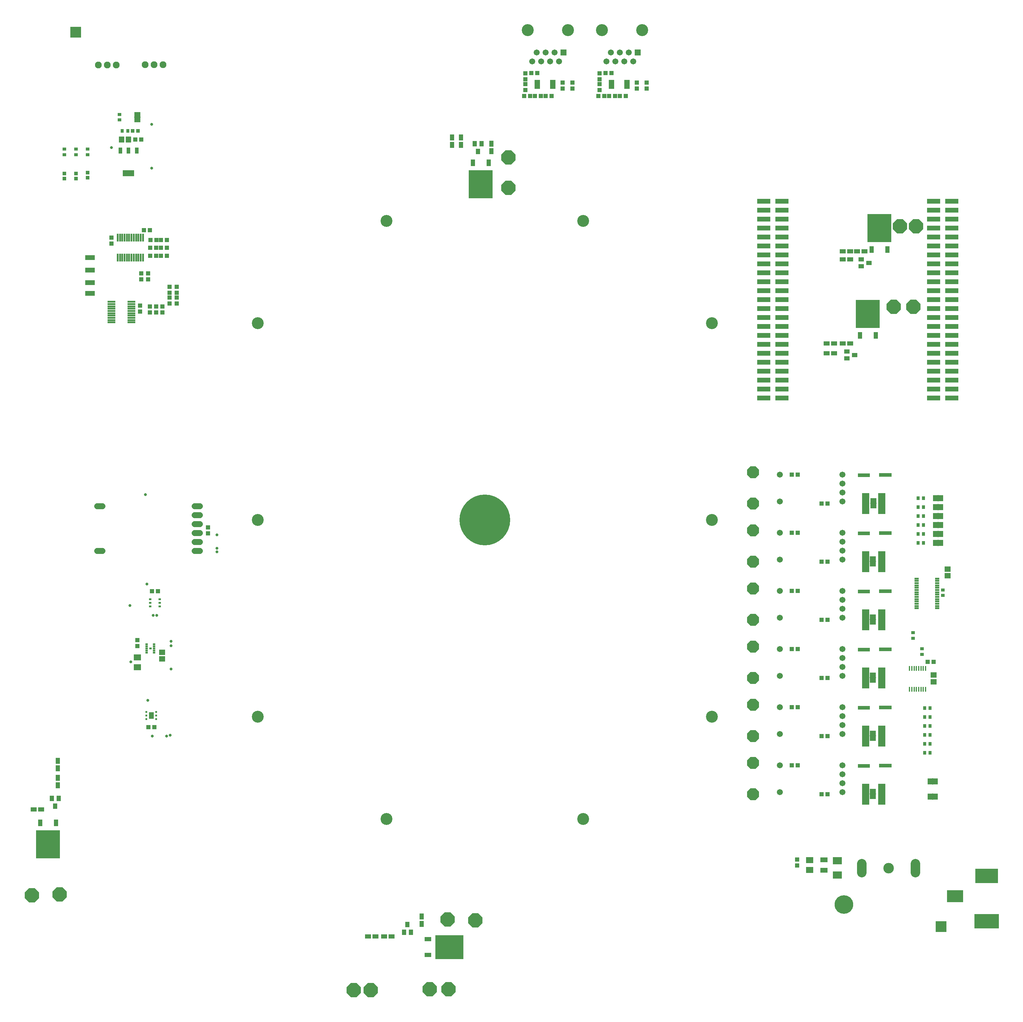
<source format=gbr>
G04 EAGLE Gerber X2 export*
%TF.Part,Single*%
%TF.FileFunction,Soldermask,Top,1*%
%TF.FilePolarity,Negative*%
%TF.GenerationSoftware,Autodesk,EAGLE,9.0.1*%
%TF.CreationDate,2018-05-30T13:43:05Z*%
G75*
%MOMM*%
%FSLAX34Y34*%
%LPD*%
%AMOC8*
5,1,8,0,0,1.08239X$1,22.5*%
G01*
%ADD10C,3.378200*%
%ADD11C,14.427200*%
%ADD12C,5.283200*%
%ADD13R,1.203200X1.303200*%
%ADD14R,2.603200X2.003200*%
%ADD15R,2.003200X1.803200*%
%ADD16R,2.006600X1.320800*%
%ADD17C,2.743200*%
%ADD18C,2.997200*%
%ADD19R,0.609600X2.184400*%
%ADD20R,1.303200X1.203200*%
%ADD21R,1.603200X0.503200*%
%ADD22R,1.711200X1.711200*%
%ADD23C,1.711200*%
%ADD24C,3.403200*%
%ADD25C,1.953200*%
%ADD26R,1.003200X1.003200*%
%ADD27R,1.003197X0.958800*%
%ADD28R,4.603200X3.503200*%
%ADD29R,6.953200X4.103200*%
%ADD30R,6.403200X4.103200*%
%ADD31R,0.803200X0.603200*%
%ADD32R,1.703200X1.503200*%
%ADD33R,2.006200X1.803200*%
%ADD34C,0.803200*%
%ADD35R,0.603200X0.503200*%
%ADD36R,1.473200X1.854200*%
%ADD37C,1.727200*%
%ADD38R,3.606800X1.092200*%
%ADD39R,3.454400X1.092200*%
%ADD40R,2.003200X5.903200*%
%ADD41P,3.656530X8X22.500000*%
%ADD42R,0.450000X1.350000*%
%ADD43R,0.958800X1.003197*%
%ADD44R,1.193800X0.508000*%
%ADD45R,0.152400X1.828800*%
%ADD46R,1.371600X1.803400*%
%ADD47R,1.828800X0.152400*%
%ADD48R,1.803400X1.371600*%
%ADD49R,1.041400X1.803400*%
%ADD50R,3.302000X1.803400*%
%ADD51R,1.503200X1.703200*%
%ADD52R,2.184400X0.609600*%
%ADD53R,1.203200X1.703200*%
%ADD54R,1.203200X1.603200*%
%ADD55P,4.343848X8X22.500000*%
%ADD56R,1.143000X1.905000*%
%ADD57R,6.858000X7.924800*%
%ADD58R,1.703200X1.203200*%
%ADD59P,4.343848X8X202.500000*%
%ADD60R,1.905000X1.143000*%
%ADD61R,7.924800X6.858000*%
%ADD62R,2.743200X1.473200*%
%ADD63R,3.759200X1.473200*%
%ADD64R,1.603200X1.203200*%
%ADD65R,3.048000X3.048000*%


D10*
X1144270Y574802D03*
X1703070Y574802D03*
X2068576Y865124D03*
X2068576Y1423924D03*
X2068576Y1982724D03*
X1703070Y2272792D03*
X1144270Y2272792D03*
X778764Y1982724D03*
X778764Y1423924D03*
X778764Y865124D03*
D11*
X1423670Y1423670D03*
D12*
X2444242Y331470D03*
D13*
X2310714Y459756D03*
X2310714Y442756D03*
D14*
X2425014Y456266D03*
X2425014Y415766D03*
D15*
X2346274Y457636D03*
X2346274Y429636D03*
D16*
X2386914Y458622D03*
X2386914Y428650D03*
D17*
X2647366Y422504D02*
X2647366Y447904D01*
X2494966Y447904D02*
X2494966Y422504D01*
D18*
X2571166Y435204D03*
D13*
X363144Y2209022D03*
X363144Y2226022D03*
X454974Y2246732D03*
X471974Y2246732D03*
D19*
X452234Y2225904D03*
X445734Y2225904D03*
X439234Y2225904D03*
X432734Y2225904D03*
X426234Y2225904D03*
X419734Y2225904D03*
X413234Y2225904D03*
X406734Y2225904D03*
X400234Y2225904D03*
X393734Y2225904D03*
X387234Y2225904D03*
X380734Y2225904D03*
X380734Y2168500D03*
X387234Y2168500D03*
X393734Y2168500D03*
X400234Y2168500D03*
X406734Y2168500D03*
X413234Y2168500D03*
X419734Y2168500D03*
X426234Y2168500D03*
X432734Y2168500D03*
X439234Y2168500D03*
X445734Y2168500D03*
X452234Y2168500D03*
D20*
X490264Y2173582D03*
X473264Y2173582D03*
X520234Y2173582D03*
X503234Y2173582D03*
X490514Y2219042D03*
X473514Y2219042D03*
X520234Y2219042D03*
X503234Y2219042D03*
X490264Y2196442D03*
X473264Y2196442D03*
X520234Y2196442D03*
X503234Y2196442D03*
D21*
X1617018Y2651082D03*
X1617018Y2656082D03*
X1617018Y2661082D03*
X1617018Y2666082D03*
X1617018Y2671082D03*
X1573018Y2671082D03*
X1573018Y2666082D03*
X1573018Y2661082D03*
X1573018Y2656082D03*
X1573018Y2651082D03*
D22*
X1647088Y2751252D03*
D23*
X1634388Y2725852D03*
X1621688Y2751252D03*
X1608988Y2725852D03*
X1596288Y2751252D03*
X1583588Y2725852D03*
X1570888Y2751252D03*
X1558188Y2725852D03*
D24*
X1659788Y2814752D03*
X1545488Y2814752D03*
D13*
X1596678Y2628062D03*
X1613678Y2628062D03*
X1566198Y2628062D03*
X1583198Y2628062D03*
X1535718Y2628062D03*
X1552718Y2628062D03*
D20*
X1539138Y2661962D03*
X1539138Y2644962D03*
D13*
X1573038Y2692832D03*
X1556038Y2692832D03*
D20*
X1539138Y2692442D03*
X1539138Y2675442D03*
X1644548Y2665772D03*
X1644548Y2648772D03*
X1672488Y2665772D03*
X1672488Y2648772D03*
D21*
X1827838Y2651082D03*
X1827838Y2656082D03*
X1827838Y2661082D03*
X1827838Y2666082D03*
X1827838Y2671082D03*
X1783838Y2671082D03*
X1783838Y2666082D03*
X1783838Y2661082D03*
X1783838Y2656082D03*
X1783838Y2651082D03*
D22*
X1857908Y2751252D03*
D23*
X1845208Y2725852D03*
X1832508Y2751252D03*
X1819808Y2725852D03*
X1807108Y2751252D03*
X1794408Y2725852D03*
X1781708Y2751252D03*
X1769008Y2725852D03*
D24*
X1870608Y2814752D03*
X1756308Y2814752D03*
D13*
X1807498Y2628062D03*
X1824498Y2628062D03*
X1777018Y2628062D03*
X1794018Y2628062D03*
X1746538Y2628062D03*
X1763538Y2628062D03*
D20*
X1749958Y2661962D03*
X1749958Y2644962D03*
D13*
X1783858Y2692832D03*
X1766858Y2692832D03*
D20*
X1749958Y2692442D03*
X1749958Y2675442D03*
X1855368Y2665772D03*
X1855368Y2648772D03*
X1883308Y2665772D03*
X1883308Y2648772D03*
D25*
X509606Y2716444D03*
X484206Y2716444D03*
X458806Y2716444D03*
D13*
X447142Y2124396D03*
X447142Y2107396D03*
X467284Y2124422D03*
X467284Y2107422D03*
D26*
X228702Y2392876D03*
X228702Y2407876D03*
D27*
X228702Y2461178D03*
X228702Y2476734D03*
D26*
X261722Y2392876D03*
X261722Y2407876D03*
D27*
X261722Y2461178D03*
X261722Y2476734D03*
D26*
X294742Y2395416D03*
X294742Y2410416D03*
D27*
X294742Y2461178D03*
X294742Y2476734D03*
D28*
X2759732Y355090D03*
D29*
X2849232Y284090D03*
D30*
X2849232Y413090D03*
D31*
X463108Y1059104D03*
X484108Y1059104D03*
X463108Y1065104D03*
X463108Y1071104D03*
X463108Y1053104D03*
X463108Y1047104D03*
X484108Y1047104D03*
X484108Y1053104D03*
X484108Y1065104D03*
X484108Y1071104D03*
X473608Y1059104D03*
D32*
X506628Y1048284D03*
X506628Y1029284D03*
D33*
X436778Y1033954D03*
X436778Y1005514D03*
D13*
X436778Y1065844D03*
X436778Y1082844D03*
D34*
X532028Y1079424D03*
X532028Y1066724D03*
X417728Y1021004D03*
X532028Y1000684D03*
D31*
X472808Y1188644D03*
X472808Y1178644D03*
X472808Y1198644D03*
X499808Y1188644D03*
X499808Y1178644D03*
X499808Y1198644D03*
D20*
X477808Y1221664D03*
X494808Y1221664D03*
D34*
X491388Y1153084D03*
X481228Y1153084D03*
X415188Y1181024D03*
X463448Y1241984D03*
D35*
X462148Y878604D03*
X462148Y868604D03*
X462148Y858604D03*
X490148Y858604D03*
X490148Y868604D03*
X490148Y878604D03*
D36*
X476148Y868604D03*
D20*
X484648Y835584D03*
X467648Y835584D03*
D34*
X529488Y812724D03*
X519328Y810184D03*
X465988Y911784D03*
X478688Y810184D03*
D37*
X599262Y1462430D02*
X614502Y1462430D01*
X614502Y1437030D02*
X599262Y1437030D01*
X599262Y1411630D02*
X614502Y1411630D01*
X614502Y1386230D02*
X599262Y1386230D01*
X599262Y1360830D02*
X614502Y1360830D01*
X614502Y1335430D02*
X599262Y1335430D01*
X337602Y1462430D02*
X322362Y1462430D01*
X322362Y1335430D02*
X337602Y1335430D01*
D13*
X637362Y1385350D03*
X637362Y1402350D03*
D34*
X662762Y1332890D03*
X662762Y1343050D03*
X662762Y1381150D03*
X459562Y1495450D03*
D23*
X2439924Y1476756D03*
X2439924Y1502156D03*
X2439924Y1527556D03*
X2439924Y1552956D03*
X2262124Y1552956D03*
X2262124Y1476756D03*
D20*
X2397624Y1470406D03*
X2380624Y1470406D03*
X2295534Y1552956D03*
X2312534Y1552956D03*
D38*
X2561336Y1551686D03*
D39*
X2500884Y1551178D03*
D40*
X2551824Y1470406D03*
X2505824Y1470406D03*
D41*
X2185924Y1470406D03*
X2185924Y1559306D03*
D23*
X2439924Y1311656D03*
X2439924Y1337056D03*
X2439924Y1362456D03*
X2439924Y1387856D03*
X2262124Y1387856D03*
X2262124Y1311656D03*
D20*
X2397624Y1305306D03*
X2380624Y1305306D03*
X2295534Y1387856D03*
X2312534Y1387856D03*
D38*
X2561336Y1386586D03*
D39*
X2500884Y1386078D03*
D40*
X2551824Y1305306D03*
X2505824Y1305306D03*
D41*
X2185924Y1305306D03*
X2185924Y1394206D03*
D23*
X2439924Y1146556D03*
X2439924Y1171956D03*
X2439924Y1197356D03*
X2439924Y1222756D03*
X2262124Y1222756D03*
X2262124Y1146556D03*
D20*
X2397624Y1140206D03*
X2380624Y1140206D03*
X2295534Y1222756D03*
X2312534Y1222756D03*
D38*
X2561336Y1221486D03*
D39*
X2500884Y1220978D03*
D40*
X2551824Y1140206D03*
X2505824Y1140206D03*
D41*
X2185924Y1140206D03*
X2185924Y1229106D03*
D23*
X2439924Y981456D03*
X2439924Y1006856D03*
X2439924Y1032256D03*
X2439924Y1057656D03*
X2262124Y1057656D03*
X2262124Y981456D03*
D20*
X2397624Y975106D03*
X2380624Y975106D03*
X2295534Y1057656D03*
X2312534Y1057656D03*
D38*
X2561336Y1056386D03*
D39*
X2500884Y1055878D03*
D40*
X2551824Y975106D03*
X2505824Y975106D03*
D41*
X2185924Y975106D03*
X2185924Y1064006D03*
D23*
X2439924Y816356D03*
X2439924Y841756D03*
X2439924Y867156D03*
X2439924Y892556D03*
X2262124Y892556D03*
X2262124Y816356D03*
D20*
X2397624Y810006D03*
X2380624Y810006D03*
X2295534Y892556D03*
X2312534Y892556D03*
D38*
X2561336Y891286D03*
D39*
X2500884Y890778D03*
D40*
X2551824Y810006D03*
X2505824Y810006D03*
D41*
X2185924Y810006D03*
X2185924Y898906D03*
D23*
X2439924Y651256D03*
X2439924Y676656D03*
X2439924Y702056D03*
X2439924Y727456D03*
X2262124Y727456D03*
X2262124Y651256D03*
D20*
X2397624Y644906D03*
X2380624Y644906D03*
X2295534Y727456D03*
X2312534Y727456D03*
D38*
X2561336Y726186D03*
D39*
X2500884Y725678D03*
D40*
X2551824Y644906D03*
X2505824Y644906D03*
D41*
X2185924Y644906D03*
X2185924Y733806D03*
D42*
X2676034Y1001816D03*
X2669534Y1001816D03*
X2663034Y1001816D03*
X2656534Y1001816D03*
X2650034Y1001816D03*
X2643534Y1001816D03*
X2637034Y1001816D03*
X2630534Y1001816D03*
X2630534Y943316D03*
X2637034Y943316D03*
X2643534Y943316D03*
X2650034Y943316D03*
X2656534Y943316D03*
X2663034Y943316D03*
X2669534Y943316D03*
X2676034Y943316D03*
D20*
X2681614Y1020826D03*
X2698614Y1020826D03*
D32*
X2699004Y964336D03*
X2699004Y983336D03*
D43*
X2689002Y763016D03*
X2673446Y763016D03*
X2689002Y788416D03*
X2673446Y788416D03*
X2689002Y813816D03*
X2673446Y813816D03*
X2689002Y839216D03*
X2673446Y839216D03*
X2689002Y864616D03*
X2673446Y864616D03*
X2689002Y890016D03*
X2673446Y890016D03*
D44*
X2650522Y1257386D03*
X2650522Y1250886D03*
X2650522Y1244386D03*
X2650522Y1237886D03*
X2650522Y1231386D03*
X2650522Y1224886D03*
X2650522Y1218386D03*
X2650522Y1211886D03*
X2650522Y1205386D03*
X2650522Y1198886D03*
X2650522Y1192386D03*
X2650522Y1185886D03*
X2650522Y1179386D03*
X2650522Y1172886D03*
X2708878Y1172886D03*
X2708878Y1179386D03*
X2708878Y1185886D03*
X2708878Y1192386D03*
X2708878Y1198886D03*
X2708878Y1205386D03*
X2708878Y1211886D03*
X2708878Y1218386D03*
X2708878Y1224886D03*
X2708878Y1231386D03*
X2708878Y1237886D03*
X2708878Y1244386D03*
X2708878Y1250886D03*
X2708878Y1257386D03*
D45*
X2711638Y1358646D03*
D46*
X2719258Y1358646D03*
X2704018Y1358646D03*
D45*
X2711638Y1384046D03*
D46*
X2719258Y1384046D03*
X2704018Y1384046D03*
D45*
X2711638Y1409446D03*
D46*
X2719258Y1409446D03*
X2704018Y1409446D03*
D45*
X2711638Y1434846D03*
D46*
X2719258Y1434846D03*
X2704018Y1434846D03*
D45*
X2711638Y1460246D03*
D46*
X2719258Y1460246D03*
X2704018Y1460246D03*
D45*
X2711638Y1485646D03*
D46*
X2719258Y1485646D03*
X2704018Y1485646D03*
D43*
X2654490Y1485646D03*
X2670046Y1485646D03*
X2654490Y1460246D03*
X2670046Y1460246D03*
X2654490Y1434846D03*
X2670046Y1434846D03*
X2654810Y1409446D03*
X2670366Y1409446D03*
X2654810Y1384046D03*
X2670366Y1384046D03*
X2654810Y1358646D03*
X2670366Y1358646D03*
D27*
X2725420Y1224819D03*
X2725420Y1209263D03*
D32*
X2738374Y1265326D03*
X2738374Y1284326D03*
D47*
X2527554Y1471676D03*
D48*
X2527554Y1479296D03*
X2527554Y1464056D03*
D47*
X2526284Y1306576D03*
D48*
X2526284Y1314196D03*
X2526284Y1298956D03*
D47*
X2526284Y1141476D03*
D48*
X2526284Y1149096D03*
X2526284Y1133856D03*
D47*
X2526284Y976376D03*
D48*
X2526284Y983996D03*
X2526284Y968756D03*
D47*
X2526284Y811276D03*
D48*
X2526284Y818896D03*
X2526284Y803656D03*
D47*
X2526284Y646176D03*
D48*
X2526284Y653796D03*
X2526284Y638556D03*
D27*
X2665984Y1042258D03*
X2665984Y1057814D03*
X2640584Y1103534D03*
X2640584Y1087978D03*
D45*
X2696464Y681736D03*
D46*
X2688844Y681736D03*
X2704084Y681736D03*
D45*
X2696464Y638556D03*
D46*
X2688844Y638556D03*
X2704084Y638556D03*
D26*
X438030Y2528570D03*
X423030Y2528570D03*
D43*
X409098Y2528570D03*
X393542Y2528570D03*
D49*
X434480Y2472944D03*
X411480Y2472944D03*
X388480Y2472944D03*
D50*
X411480Y2408936D03*
D20*
X447920Y2504440D03*
X430920Y2504440D03*
D51*
X391820Y2504440D03*
X410820Y2504440D03*
D47*
X436880Y2567940D03*
D48*
X436880Y2575560D03*
X436880Y2560320D03*
D27*
X386080Y2560162D03*
X386080Y2575718D03*
D34*
X363220Y2481580D03*
X477520Y2423160D03*
X477520Y2547620D03*
D25*
X376840Y2715580D03*
X351440Y2715580D03*
X326040Y2715580D03*
D52*
X419862Y1984970D03*
X419862Y1991470D03*
X419862Y1997970D03*
X419862Y2004470D03*
X419862Y2010970D03*
X419862Y2017470D03*
X419862Y2023970D03*
X419862Y2030470D03*
X419862Y2036970D03*
X419862Y2043470D03*
X362458Y2043470D03*
X362458Y2036970D03*
X362458Y2030470D03*
X362458Y2023970D03*
X362458Y2017470D03*
X362458Y2010970D03*
X362458Y2004470D03*
X362458Y1997970D03*
X362458Y1991470D03*
X362458Y1984970D03*
D13*
X548640Y2055740D03*
X548640Y2038740D03*
X528320Y2055740D03*
X528320Y2038740D03*
X528320Y2086220D03*
X528320Y2069220D03*
X548640Y2086220D03*
X548640Y2069220D03*
X472440Y2013340D03*
X472440Y2030340D03*
X508000Y2013340D03*
X508000Y2030340D03*
X490220Y2013340D03*
X490220Y2030340D03*
X444500Y2015880D03*
X444500Y2032880D03*
D53*
X1442720Y2471055D03*
X1442720Y2492105D03*
X1356360Y2509885D03*
X1356360Y2488835D03*
D54*
X1404620Y2470580D03*
X1395120Y2492580D03*
X1414120Y2492580D03*
D55*
X1490980Y2367280D03*
X1490980Y2453640D03*
D56*
X1434740Y2438527D03*
X1389740Y2438527D03*
D57*
X1412240Y2377440D03*
D58*
X162925Y601980D03*
X141875Y601980D03*
D53*
X210820Y670195D03*
X210820Y691245D03*
D54*
X203200Y611300D03*
X193700Y633300D03*
X212700Y633300D03*
D59*
X215900Y360680D03*
X137160Y358140D03*
D56*
X205380Y564007D03*
X160380Y564007D03*
D57*
X182880Y502920D03*
D53*
X1244600Y276495D03*
X1244600Y297545D03*
D58*
X1158605Y241300D03*
X1137555Y241300D03*
D54*
X1203960Y275160D03*
X1213460Y253160D03*
X1194460Y253160D03*
D55*
X1397000Y287020D03*
X1318260Y289560D03*
D60*
X1262253Y233320D03*
X1262253Y188320D03*
D61*
X1323340Y210820D03*
D55*
X1051560Y88900D03*
X1099820Y88900D03*
X1267460Y91440D03*
X1320800Y91440D03*
D62*
X302260Y2169160D03*
X302260Y2133600D03*
X302260Y2098040D03*
X302260Y2067560D03*
D63*
X2750820Y1770380D03*
X2750820Y1795780D03*
X2750820Y1821180D03*
X2750820Y1846580D03*
X2750820Y1871980D03*
X2750820Y1897380D03*
X2750820Y1922780D03*
X2750820Y1948180D03*
X2750820Y1973580D03*
X2750820Y1998980D03*
X2750820Y2024380D03*
X2750820Y2049780D03*
X2750820Y2075180D03*
X2750820Y2100580D03*
X2750820Y2125980D03*
X2750820Y2151380D03*
X2750820Y2176780D03*
X2750820Y2202180D03*
X2750820Y2227580D03*
X2750820Y2252980D03*
X2750820Y2278380D03*
X2750820Y2303780D03*
X2750820Y2329180D03*
X2698750Y1770380D03*
X2698750Y1795780D03*
X2698750Y1821180D03*
X2698750Y1846580D03*
X2698750Y1871980D03*
X2698750Y1897380D03*
X2698750Y1922780D03*
X2698750Y1948180D03*
X2698750Y1973580D03*
X2698750Y1998980D03*
X2698750Y2024380D03*
X2698750Y2049780D03*
X2698750Y2075180D03*
X2698750Y2100580D03*
X2698750Y2125980D03*
X2698750Y2151380D03*
X2698750Y2176780D03*
X2698750Y2202180D03*
X2698750Y2227580D03*
X2698750Y2252980D03*
X2698750Y2278380D03*
X2698750Y2303780D03*
X2698750Y2329180D03*
X2268220Y1770380D03*
X2268220Y1795780D03*
X2268220Y1821180D03*
X2268220Y1846580D03*
X2268220Y1871980D03*
X2268220Y1897380D03*
X2268220Y1922780D03*
X2268220Y1948180D03*
X2268220Y1973580D03*
X2268220Y1998980D03*
X2268220Y2024380D03*
X2268220Y2049780D03*
X2268220Y2075180D03*
X2268220Y2100580D03*
X2268220Y2125980D03*
X2268220Y2151380D03*
X2268220Y2176780D03*
X2268220Y2202180D03*
X2268220Y2227580D03*
X2268220Y2252980D03*
X2268220Y2278380D03*
X2268220Y2303780D03*
X2268220Y2329180D03*
X2216150Y1770380D03*
X2216150Y1795780D03*
X2216150Y1821180D03*
X2216150Y1846580D03*
X2216150Y1871980D03*
X2216150Y1897380D03*
X2216150Y1922780D03*
X2216150Y1948180D03*
X2216150Y1973580D03*
X2216150Y1998980D03*
X2216150Y2024380D03*
X2216150Y2049780D03*
X2216150Y2075180D03*
X2216150Y2100580D03*
X2216150Y2125980D03*
X2216150Y2151380D03*
X2216150Y2176780D03*
X2216150Y2202180D03*
X2216150Y2227580D03*
X2216150Y2252980D03*
X2216150Y2278380D03*
X2216150Y2303780D03*
X2216150Y2329180D03*
D53*
X1330960Y2509885D03*
X1330960Y2488835D03*
D58*
X1091835Y241300D03*
X1112885Y241300D03*
D53*
X210820Y739505D03*
X210820Y718455D03*
D58*
X2502265Y2186940D03*
X2481215Y2186940D03*
X2461625Y2164080D03*
X2440575Y2164080D03*
D64*
X2515440Y2153920D03*
X2493440Y2144420D03*
X2493440Y2163420D03*
D55*
X2603500Y2258060D03*
X2649220Y2258060D03*
D56*
X2522580Y2191893D03*
X2567580Y2191893D03*
D57*
X2545080Y2252980D03*
D58*
X2461625Y2186940D03*
X2440575Y2186940D03*
X2461625Y1925320D03*
X2440575Y1925320D03*
X2415905Y1897380D03*
X2394855Y1897380D03*
D64*
X2474800Y1892300D03*
X2452800Y1882800D03*
X2452800Y1901800D03*
D55*
X2585720Y2029460D03*
X2641600Y2029460D03*
D56*
X2489560Y1948053D03*
X2534560Y1948053D03*
D57*
X2512060Y2009140D03*
D58*
X2415905Y1925320D03*
X2394855Y1925320D03*
D65*
X261620Y2809240D03*
X2720340Y269240D03*
M02*

</source>
